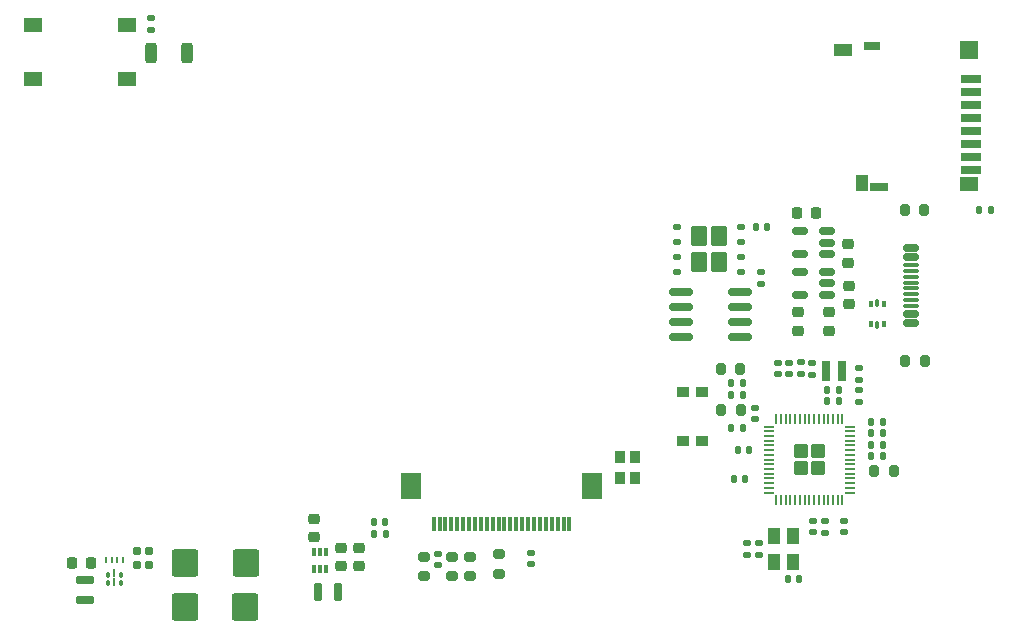
<source format=gbr>
%TF.GenerationSoftware,KiCad,Pcbnew,8.0.9*%
%TF.CreationDate,2025-05-16T14:56:25+01:00*%
%TF.ProjectId,bizcamera,62697a63-616d-4657-9261-2e6b69636164,rev?*%
%TF.SameCoordinates,Original*%
%TF.FileFunction,Paste,Top*%
%TF.FilePolarity,Positive*%
%FSLAX46Y46*%
G04 Gerber Fmt 4.6, Leading zero omitted, Abs format (unit mm)*
G04 Created by KiCad (PCBNEW 8.0.9) date 2025-05-16 14:56:25*
%MOMM*%
%LPD*%
G01*
G04 APERTURE LIST*
G04 Aperture macros list*
%AMRoundRect*
0 Rectangle with rounded corners*
0 $1 Rounding radius*
0 $2 $3 $4 $5 $6 $7 $8 $9 X,Y pos of 4 corners*
0 Add a 4 corners polygon primitive as box body*
4,1,4,$2,$3,$4,$5,$6,$7,$8,$9,$2,$3,0*
0 Add four circle primitives for the rounded corners*
1,1,$1+$1,$2,$3*
1,1,$1+$1,$4,$5*
1,1,$1+$1,$6,$7*
1,1,$1+$1,$8,$9*
0 Add four rect primitives between the rounded corners*
20,1,$1+$1,$2,$3,$4,$5,0*
20,1,$1+$1,$4,$5,$6,$7,0*
20,1,$1+$1,$6,$7,$8,$9,0*
20,1,$1+$1,$8,$9,$2,$3,0*%
%AMFreePoly0*
4,1,18,-0.437500,0.050000,-0.433694,0.069134,-0.422855,0.085355,-0.406634,0.096194,-0.387500,0.100000,0.387500,0.100000,0.437500,0.050000,0.437500,-0.050000,0.433694,-0.069134,0.422855,-0.085355,0.406634,-0.096194,0.387500,-0.100000,-0.387500,-0.100000,-0.406634,-0.096194,-0.422855,-0.085355,-0.433694,-0.069134,-0.437500,-0.050000,-0.437500,0.050000,-0.437500,0.050000,$1*%
%AMFreePoly1*
4,1,18,-0.437500,0.050000,-0.433694,0.069134,-0.422855,0.085355,-0.406634,0.096194,-0.387500,0.100000,0.387500,0.100000,0.406634,0.096194,0.422855,0.085355,0.433694,0.069134,0.437500,0.050000,0.437500,-0.050000,0.387500,-0.100000,-0.387500,-0.100000,-0.406634,-0.096194,-0.422855,-0.085355,-0.433694,-0.069134,-0.437500,-0.050000,-0.437500,0.050000,-0.437500,0.050000,$1*%
%AMFreePoly2*
4,1,18,-0.100000,0.387500,-0.050000,0.437500,0.050000,0.437500,0.069134,0.433694,0.085355,0.422855,0.096194,0.406634,0.100000,0.387500,0.100000,-0.387500,0.096194,-0.406634,0.085355,-0.422855,0.069134,-0.433694,0.050000,-0.437500,-0.050000,-0.437500,-0.069134,-0.433694,-0.085355,-0.422855,-0.096194,-0.406634,-0.100000,-0.387500,-0.100000,0.387500,-0.100000,0.387500,$1*%
%AMFreePoly3*
4,1,18,-0.100000,0.387500,-0.096194,0.406634,-0.085355,0.422855,-0.069134,0.433694,-0.050000,0.437500,0.050000,0.437500,0.100000,0.387500,0.100000,-0.387500,0.096194,-0.406634,0.085355,-0.422855,0.069134,-0.433694,0.050000,-0.437500,-0.050000,-0.437500,-0.069134,-0.433694,-0.085355,-0.422855,-0.096194,-0.406634,-0.100000,-0.387500,-0.100000,0.387500,-0.100000,0.387500,$1*%
%AMFreePoly4*
4,1,18,-0.437500,0.050000,-0.433694,0.069134,-0.422855,0.085355,-0.406634,0.096194,-0.387500,0.100000,0.387500,0.100000,0.406634,0.096194,0.422855,0.085355,0.433694,0.069134,0.437500,0.050000,0.437500,-0.050000,0.433694,-0.069134,0.422855,-0.085355,0.406634,-0.096194,0.387500,-0.100000,-0.387500,-0.100000,-0.437500,-0.050000,-0.437500,0.050000,-0.437500,0.050000,$1*%
%AMFreePoly5*
4,1,18,-0.437500,0.050000,-0.387500,0.100000,0.387500,0.100000,0.406634,0.096194,0.422855,0.085355,0.433694,0.069134,0.437500,0.050000,0.437500,-0.050000,0.433694,-0.069134,0.422855,-0.085355,0.406634,-0.096194,0.387500,-0.100000,-0.387500,-0.100000,-0.406634,-0.096194,-0.422855,-0.085355,-0.433694,-0.069134,-0.437500,-0.050000,-0.437500,0.050000,-0.437500,0.050000,$1*%
%AMFreePoly6*
4,1,18,-0.100000,0.387500,-0.096194,0.406634,-0.085355,0.422855,-0.069134,0.433694,-0.050000,0.437500,0.050000,0.437500,0.069134,0.433694,0.085355,0.422855,0.096194,0.406634,0.100000,0.387500,0.100000,-0.387500,0.050000,-0.437500,-0.050000,-0.437500,-0.069134,-0.433694,-0.085355,-0.422855,-0.096194,-0.406634,-0.100000,-0.387500,-0.100000,0.387500,-0.100000,0.387500,$1*%
%AMFreePoly7*
4,1,18,-0.100000,0.387500,-0.096194,0.406634,-0.085355,0.422855,-0.069134,0.433694,-0.050000,0.437500,0.050000,0.437500,0.069134,0.433694,0.085355,0.422855,0.096194,0.406634,0.100000,0.387500,0.100000,-0.387500,0.096194,-0.406634,0.085355,-0.422855,0.069134,-0.433694,0.050000,-0.437500,-0.050000,-0.437500,-0.100000,-0.387500,-0.100000,0.387500,-0.100000,0.387500,$1*%
G04 Aperture macros list end*
%ADD10RoundRect,0.250000X-0.875000X-0.925000X0.875000X-0.925000X0.875000X0.925000X-0.875000X0.925000X0*%
%ADD11RoundRect,0.140000X0.170000X-0.140000X0.170000X0.140000X-0.170000X0.140000X-0.170000X-0.140000X0*%
%ADD12RoundRect,0.225000X-0.225000X-0.250000X0.225000X-0.250000X0.225000X0.250000X-0.225000X0.250000X0*%
%ADD13RoundRect,0.140000X0.140000X0.170000X-0.140000X0.170000X-0.140000X-0.170000X0.140000X-0.170000X0*%
%ADD14RoundRect,0.200000X0.275000X-0.200000X0.275000X0.200000X-0.275000X0.200000X-0.275000X-0.200000X0*%
%ADD15RoundRect,0.250000X-0.350000X-0.350000X0.350000X-0.350000X0.350000X0.350000X-0.350000X0.350000X0*%
%ADD16FreePoly0,0.000000*%
%ADD17RoundRect,0.050000X-0.387500X-0.050000X0.387500X-0.050000X0.387500X0.050000X-0.387500X0.050000X0*%
%ADD18FreePoly1,0.000000*%
%ADD19FreePoly2,0.000000*%
%ADD20RoundRect,0.050000X-0.050000X-0.387500X0.050000X-0.387500X0.050000X0.387500X-0.050000X0.387500X0*%
%ADD21FreePoly3,0.000000*%
%ADD22FreePoly4,0.000000*%
%ADD23FreePoly5,0.000000*%
%ADD24FreePoly6,0.000000*%
%ADD25FreePoly7,0.000000*%
%ADD26R,1.000000X0.900000*%
%ADD27RoundRect,0.140000X-0.170000X0.140000X-0.170000X-0.140000X0.170000X-0.140000X0.170000X0.140000X0*%
%ADD28RoundRect,0.225000X0.250000X-0.225000X0.250000X0.225000X-0.250000X0.225000X-0.250000X-0.225000X0*%
%ADD29R,1.550000X1.300000*%
%ADD30RoundRect,0.140000X-0.140000X-0.170000X0.140000X-0.170000X0.140000X0.170000X-0.140000X0.170000X0*%
%ADD31RoundRect,0.135000X0.135000X0.185000X-0.135000X0.185000X-0.135000X-0.185000X0.135000X-0.185000X0*%
%ADD32RoundRect,0.250000X-0.435000X-0.615000X0.435000X-0.615000X0.435000X0.615000X-0.435000X0.615000X0*%
%ADD33RoundRect,0.125000X-0.250000X-0.125000X0.250000X-0.125000X0.250000X0.125000X-0.250000X0.125000X0*%
%ADD34R,0.300000X1.300000*%
%ADD35R,1.800000X2.200000*%
%ADD36RoundRect,0.087500X-0.087500X0.250000X-0.087500X-0.250000X0.087500X-0.250000X0.087500X0.250000X0*%
%ADD37RoundRect,0.190000X-0.285000X-0.685000X0.285000X-0.685000X0.285000X0.685000X-0.285000X0.685000X0*%
%ADD38RoundRect,0.200000X0.200000X0.275000X-0.200000X0.275000X-0.200000X-0.275000X0.200000X-0.275000X0*%
%ADD39R,0.700000X1.700000*%
%ADD40RoundRect,0.160000X-0.160000X0.197500X-0.160000X-0.197500X0.160000X-0.197500X0.160000X0.197500X0*%
%ADD41RoundRect,0.105263X-0.194737X-0.694737X0.194737X-0.694737X0.194737X0.694737X-0.194737X0.694737X0*%
%ADD42RoundRect,0.135000X-0.135000X-0.185000X0.135000X-0.185000X0.135000X0.185000X-0.135000X0.185000X0*%
%ADD43RoundRect,0.105263X-0.694737X0.194737X-0.694737X-0.194737X0.694737X-0.194737X0.694737X0.194737X0*%
%ADD44RoundRect,0.200000X-0.200000X-0.275000X0.200000X-0.275000X0.200000X0.275000X-0.200000X0.275000X0*%
%ADD45RoundRect,0.150000X-0.825000X-0.150000X0.825000X-0.150000X0.825000X0.150000X-0.825000X0.150000X0*%
%ADD46RoundRect,0.135000X-0.185000X0.135000X-0.185000X-0.135000X0.185000X-0.135000X0.185000X0.135000X0*%
%ADD47R,1.100000X1.400000*%
%ADD48RoundRect,0.225000X-0.250000X0.225000X-0.250000X-0.225000X0.250000X-0.225000X0.250000X0.225000X0*%
%ADD49RoundRect,0.087500X0.087500X-0.150000X0.087500X0.150000X-0.087500X0.150000X-0.087500X-0.150000X0*%
%ADD50RoundRect,0.050000X0.050000X-0.262500X0.050000X0.262500X-0.050000X0.262500X-0.050000X-0.262500X0*%
%ADD51RoundRect,0.062500X0.062500X-0.162500X0.062500X0.162500X-0.062500X0.162500X-0.062500X-0.162500X0*%
%ADD52R,1.750000X0.700000*%
%ADD53R,1.000000X1.450000*%
%ADD54R,1.550000X1.000000*%
%ADD55R,1.500000X0.800000*%
%ADD56R,1.500000X1.300000*%
%ADD57R,1.500000X1.500000*%
%ADD58R,1.400000X0.800000*%
%ADD59RoundRect,0.093750X0.093750X-0.156250X0.093750X0.156250X-0.093750X0.156250X-0.093750X-0.156250X0*%
%ADD60RoundRect,0.075000X0.075000X-0.250000X0.075000X0.250000X-0.075000X0.250000X-0.075000X-0.250000X0*%
%ADD61RoundRect,0.150000X0.512500X0.150000X-0.512500X0.150000X-0.512500X-0.150000X0.512500X-0.150000X0*%
%ADD62RoundRect,0.150000X0.500000X-0.150000X0.500000X0.150000X-0.500000X0.150000X-0.500000X-0.150000X0*%
%ADD63RoundRect,0.075000X0.575000X-0.075000X0.575000X0.075000X-0.575000X0.075000X-0.575000X-0.075000X0*%
%ADD64R,0.900000X1.100000*%
G04 APERTURE END LIST*
D10*
%TO.C,C32*%
X126820000Y-117220000D03*
X131920000Y-117220000D03*
%TD*%
%TO.C,C31*%
X131925000Y-113470000D03*
X126825000Y-113470000D03*
%TD*%
D11*
%TO.C,C26*%
X156110000Y-113590000D03*
X156110000Y-112630000D03*
%TD*%
D12*
%TO.C,C30*%
X117265000Y-113535000D03*
X118815000Y-113535000D03*
%TD*%
D13*
%TO.C,C24*%
X195010000Y-83630000D03*
X194050000Y-83630000D03*
%TD*%
D14*
%TO.C,R14*%
X150900000Y-114600000D03*
X150900000Y-112950000D03*
%TD*%
D15*
%TO.C,U1*%
X178960000Y-104042500D03*
X178960000Y-105442500D03*
X180360000Y-104042500D03*
X180360000Y-105442500D03*
D16*
X176222500Y-101942500D03*
D17*
X176222500Y-102342500D03*
X176222500Y-102742500D03*
X176222500Y-103142500D03*
X176222500Y-103542500D03*
X176222500Y-103942500D03*
X176222500Y-104342500D03*
X176222500Y-104742500D03*
X176222500Y-105142500D03*
X176222500Y-105542500D03*
X176222500Y-105942500D03*
X176222500Y-106342500D03*
X176222500Y-106742500D03*
X176222500Y-107142500D03*
D18*
X176222500Y-107542500D03*
D19*
X176860000Y-108180000D03*
D20*
X177260000Y-108180000D03*
X177660000Y-108180000D03*
X178060000Y-108180000D03*
X178460000Y-108180000D03*
X178860000Y-108180000D03*
X179260000Y-108180000D03*
X179660000Y-108180000D03*
X180060000Y-108180000D03*
X180460000Y-108180000D03*
X180860000Y-108180000D03*
X181260000Y-108180000D03*
X181660000Y-108180000D03*
X182060000Y-108180000D03*
D21*
X182460000Y-108180000D03*
D22*
X183097500Y-107542500D03*
D17*
X183097500Y-107142500D03*
X183097500Y-106742500D03*
X183097500Y-106342500D03*
X183097500Y-105942500D03*
X183097500Y-105542500D03*
X183097500Y-105142500D03*
X183097500Y-104742500D03*
X183097500Y-104342500D03*
X183097500Y-103942500D03*
X183097500Y-103542500D03*
X183097500Y-103142500D03*
X183097500Y-102742500D03*
X183097500Y-102342500D03*
D23*
X183097500Y-101942500D03*
D24*
X182460000Y-101305000D03*
D20*
X182060000Y-101305000D03*
X181660000Y-101305000D03*
X181260000Y-101305000D03*
X180860000Y-101305000D03*
X180460000Y-101305000D03*
X180060000Y-101305000D03*
X179660000Y-101305000D03*
X179260000Y-101305000D03*
X178860000Y-101305000D03*
X178460000Y-101305000D03*
X178060000Y-101305000D03*
X177660000Y-101305000D03*
X177260000Y-101305000D03*
D25*
X176860000Y-101305000D03*
%TD*%
D14*
%TO.C,R15*%
X149400000Y-114600000D03*
X149400000Y-112950000D03*
%TD*%
D26*
%TO.C,SW1*%
X168940000Y-103160000D03*
X168940000Y-99060000D03*
X170540000Y-103160000D03*
X170540000Y-99060000D03*
%TD*%
D27*
%TO.C,C11*%
X179987498Y-109912500D03*
X179987498Y-110872500D03*
%TD*%
D28*
%TO.C,C19*%
X183020000Y-91555000D03*
X183020000Y-90005000D03*
%TD*%
D29*
%TO.C,SW3*%
X113965000Y-67980000D03*
X121915000Y-67980000D03*
X113965000Y-72480000D03*
X121915000Y-72480000D03*
%TD*%
D30*
%TO.C,C12*%
X184900000Y-103490000D03*
X185860000Y-103490000D03*
%TD*%
D31*
%TO.C,R9*%
X174063750Y-102086250D03*
X173043750Y-102086250D03*
%TD*%
D32*
%TO.C,U3*%
X170290000Y-85840000D03*
X170290000Y-87990000D03*
X171990000Y-85840000D03*
X171990000Y-87990000D03*
D33*
X168440000Y-85010000D03*
X168440000Y-86280000D03*
X168440000Y-87550000D03*
X168440000Y-88820000D03*
X173840000Y-88820000D03*
X173840000Y-87550000D03*
X173840000Y-86280000D03*
X173840000Y-85010000D03*
%TD*%
D13*
%TO.C,C2*%
X185857500Y-101552500D03*
X184897500Y-101552500D03*
%TD*%
D28*
%TO.C,C34*%
X140010000Y-113790000D03*
X140010000Y-112240000D03*
%TD*%
D34*
%TO.C,J1*%
X159350000Y-110200000D03*
X158850000Y-110200000D03*
X158350000Y-110200000D03*
X157850000Y-110200000D03*
X157350000Y-110200000D03*
X156850000Y-110200000D03*
X156350000Y-110200000D03*
X155850000Y-110200000D03*
X155350000Y-110200000D03*
X154850000Y-110200000D03*
X154350000Y-110200000D03*
X153850000Y-110200000D03*
X153350000Y-110200000D03*
X152850000Y-110200000D03*
X152350000Y-110200000D03*
X151850000Y-110200000D03*
X151350000Y-110200000D03*
X150850000Y-110200000D03*
X150350000Y-110200000D03*
X149850000Y-110200000D03*
X149350000Y-110200000D03*
X148850000Y-110200000D03*
X148350000Y-110200000D03*
X147850000Y-110200000D03*
D35*
X161250000Y-106950000D03*
X145950000Y-106950000D03*
%TD*%
D14*
%TO.C,R16*%
X147000000Y-114600000D03*
X147000000Y-112950000D03*
%TD*%
D36*
%TO.C,U8*%
X138760000Y-112570000D03*
X138260000Y-112570000D03*
X137760000Y-112570000D03*
X137760000Y-113995000D03*
X138260000Y-113995000D03*
X138760000Y-113995000D03*
%TD*%
D37*
%TO.C,D1*%
X123910000Y-70350000D03*
X127010000Y-70350000D03*
%TD*%
D38*
%TO.C,R18*%
X186790000Y-105690000D03*
X185140000Y-105690000D03*
%TD*%
D13*
%TO.C,C15*%
X176080000Y-85010000D03*
X175120000Y-85010000D03*
%TD*%
D39*
%TO.C,L1*%
X181047500Y-97242500D03*
X182447500Y-97242500D03*
%TD*%
D40*
%TO.C,R6*%
X123720000Y-112495000D03*
X123720000Y-113690000D03*
%TD*%
D30*
%TO.C,C9*%
X181187500Y-99792500D03*
X182147500Y-99792500D03*
%TD*%
D27*
%TO.C,C7*%
X183847500Y-98882500D03*
X183847500Y-99842500D03*
%TD*%
D11*
%TO.C,C6*%
X175020000Y-101340000D03*
X175020000Y-100380000D03*
%TD*%
D27*
%TO.C,C13*%
X177977500Y-96572500D03*
X177977500Y-97532500D03*
%TD*%
D13*
%TO.C,C10*%
X174577500Y-103942500D03*
X173617500Y-103942500D03*
%TD*%
%TO.C,C17*%
X178817501Y-114892500D03*
X177857501Y-114892500D03*
%TD*%
D11*
%TO.C,C25*%
X148190000Y-113700000D03*
X148190000Y-112740000D03*
%TD*%
D41*
%TO.C,L3*%
X138075000Y-115945000D03*
X139775000Y-115945000D03*
%TD*%
D28*
%TO.C,C35*%
X137680000Y-111305000D03*
X137680000Y-109755000D03*
%TD*%
D13*
%TO.C,C27*%
X143780000Y-111000000D03*
X142820000Y-111000000D03*
%TD*%
D12*
%TO.C,C23*%
X178635000Y-83850000D03*
X180185000Y-83850000D03*
%TD*%
D28*
%TO.C,C22*%
X182968999Y-88074330D03*
X182968999Y-86524330D03*
%TD*%
D42*
%TO.C,R4*%
X173020000Y-99280000D03*
X174040000Y-99280000D03*
%TD*%
D43*
%TO.C,L2*%
X118300000Y-114910000D03*
X118300000Y-116610000D03*
%TD*%
D44*
%TO.C,R10*%
X172220000Y-100550000D03*
X173870000Y-100550000D03*
%TD*%
D45*
%TO.C,U4*%
X168825000Y-90595000D03*
X168825000Y-91865000D03*
X168825000Y-93135000D03*
X168825000Y-94405000D03*
X173775000Y-94405000D03*
X173775000Y-93135000D03*
X173775000Y-91865000D03*
X173775000Y-90595000D03*
%TD*%
D46*
%TO.C,R17*%
X123920000Y-67370000D03*
X123920000Y-68390000D03*
%TD*%
D30*
%TO.C,C3*%
X173240000Y-106400000D03*
X174200000Y-106400000D03*
%TD*%
D27*
%TO.C,C16*%
X175610000Y-88900000D03*
X175610000Y-89860000D03*
%TD*%
D47*
%TO.C,X1*%
X176647500Y-111192500D03*
X176647500Y-113392500D03*
X178247502Y-113392500D03*
X178247502Y-111192500D03*
%TD*%
D13*
%TO.C,C4*%
X185860000Y-104460000D03*
X184900000Y-104460000D03*
%TD*%
D48*
%TO.C,C20*%
X181360000Y-92280000D03*
X181360000Y-93830000D03*
%TD*%
D46*
%TO.C,R2*%
X178927500Y-96512500D03*
X178927500Y-97532500D03*
%TD*%
D14*
%TO.C,R13*%
X153400000Y-114425000D03*
X153400000Y-112775000D03*
%TD*%
D49*
%TO.C,U7*%
X120280000Y-115210000D03*
X121380000Y-115210000D03*
D50*
X120830000Y-115134500D03*
D49*
X120280000Y-114535000D03*
X121380000Y-114535000D03*
D50*
X120830000Y-114309000D03*
D51*
X121580000Y-113272000D03*
X121080000Y-113272000D03*
X120580000Y-113272000D03*
X120080000Y-113272000D03*
%TD*%
D52*
%TO.C,J2*%
X193325000Y-72500000D03*
X193325000Y-73600000D03*
X193325000Y-74700000D03*
X193325000Y-75800000D03*
X193325000Y-76900000D03*
X193325000Y-78000000D03*
X193325000Y-79100000D03*
X193325000Y-80200000D03*
D53*
X184100000Y-81325000D03*
D54*
X182525000Y-70100000D03*
D55*
X185600000Y-81650000D03*
D56*
X193200000Y-81400000D03*
D57*
X193200000Y-70050000D03*
D58*
X184950000Y-69700000D03*
%TD*%
D30*
%TO.C,C8*%
X181187500Y-98842500D03*
X182147500Y-98842500D03*
%TD*%
D13*
%TO.C,C14*%
X185857500Y-102522500D03*
X184897500Y-102522500D03*
%TD*%
D48*
%TO.C,C21*%
X178690000Y-92270000D03*
X178690000Y-93820000D03*
%TD*%
D27*
%TO.C,C29*%
X177007500Y-96572500D03*
X177007500Y-97532500D03*
%TD*%
D46*
%TO.C,R8*%
X180957498Y-109902500D03*
X180957498Y-110922500D03*
%TD*%
D44*
%TO.C,R7*%
X172155000Y-97050000D03*
X173805000Y-97050000D03*
%TD*%
D59*
%TO.C,U6*%
X184865000Y-93280000D03*
D60*
X185402500Y-93355000D03*
D59*
X185940000Y-93280000D03*
X185940000Y-91580000D03*
D60*
X185402500Y-91505000D03*
D59*
X184865000Y-91580000D03*
%TD*%
D61*
%TO.C,U2*%
X181135000Y-87320000D03*
X181135000Y-86370000D03*
X181135000Y-85420000D03*
X178860000Y-85420000D03*
X178860000Y-87320000D03*
%TD*%
D11*
%TO.C,C5*%
X174400000Y-112780000D03*
X174400000Y-111820000D03*
%TD*%
D46*
%TO.C,R3*%
X179917500Y-96522500D03*
X179917500Y-97542500D03*
%TD*%
D38*
%TO.C,R11*%
X189425000Y-96400000D03*
X187775000Y-96400000D03*
%TD*%
D46*
%TO.C,R1*%
X183847500Y-96972500D03*
X183847500Y-97992500D03*
%TD*%
D30*
%TO.C,C28*%
X142810000Y-110020000D03*
X143770000Y-110020000D03*
%TD*%
D40*
%TO.C,R19*%
X122760000Y-112485000D03*
X122760000Y-113680000D03*
%TD*%
D62*
%TO.C,J3*%
X188255000Y-93200000D03*
X188255000Y-92400000D03*
D63*
X188255000Y-91250000D03*
X188255000Y-90250000D03*
X188255000Y-89750000D03*
X188255000Y-88750000D03*
D62*
X188255000Y-87600000D03*
X188255000Y-86800000D03*
X188255000Y-86800000D03*
X188255000Y-87600000D03*
D63*
X188255000Y-88250000D03*
X188255000Y-89250000D03*
X188255000Y-90750000D03*
X188255000Y-91750000D03*
D62*
X188255000Y-92400000D03*
X188255000Y-93200000D03*
%TD*%
D64*
%TO.C,Y1*%
X163640000Y-104560000D03*
X163640000Y-106260000D03*
X164940000Y-106260000D03*
X164940000Y-104560000D03*
%TD*%
D38*
%TO.C,R12*%
X189375000Y-83600000D03*
X187725000Y-83600000D03*
%TD*%
D31*
%TO.C,R5*%
X174040000Y-98290000D03*
X173020000Y-98290000D03*
%TD*%
D28*
%TO.C,C33*%
X141510000Y-113785000D03*
X141510000Y-112235000D03*
%TD*%
D61*
%TO.C,U5*%
X181147500Y-90777500D03*
X181147500Y-89827500D03*
X181147500Y-88877500D03*
X178872500Y-88877500D03*
X178872500Y-90777500D03*
%TD*%
D11*
%TO.C,C1*%
X182567498Y-110892500D03*
X182567498Y-109932500D03*
%TD*%
D27*
%TO.C,C18*%
X175377501Y-111840000D03*
X175377501Y-112800000D03*
%TD*%
M02*

</source>
